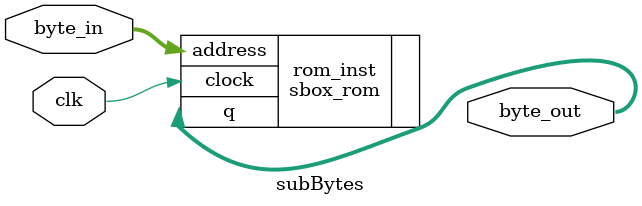
<source format=sv>
module subBytes (
    input logic clk,          // Señal de reloj
    input logic [7:0] byte_in, // Entrada de 8 bits (byte a sustituir)
    output logic [7:0] byte_out // Salida de 8 bits (resultado de la S-Box)
);

    // Instancia del módulo sbox_rom
    sbox_rom rom_inst (
        .address(byte_in),  // Entrada: dirección (el byte a buscar en la ROM)
        .q(byte_out),       // Salida: valor de la ROM (byte sustituido)
        .clock(clk)         // Señal de reloj para sincronización
    );

endmodule

</source>
